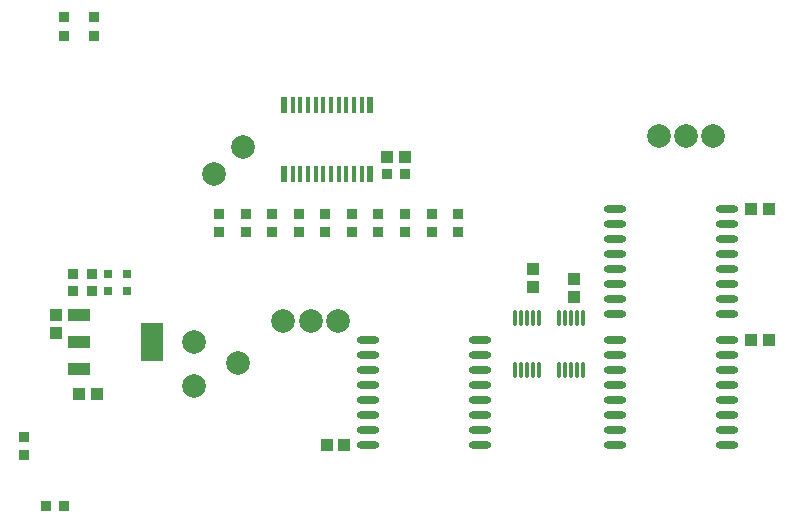
<source format=gtp>
G04*
G04 #@! TF.GenerationSoftware,Altium Limited,Altium Designer,20.2.6 (244)*
G04*
G04 Layer_Color=8421504*
%FSLAX25Y25*%
%MOIN*%
G70*
G04*
G04 #@! TF.SameCoordinates,16103AC2-7A70-4061-B61C-7C21802C26CC*
G04*
G04*
G04 #@! TF.FilePolarity,Positive*
G04*
G01*
G75*
%ADD15R,0.03543X0.03347*%
%ADD16R,0.03347X0.03543*%
%ADD17C,0.07874*%
%ADD18R,0.03150X0.03150*%
%ADD19R,0.04134X0.03937*%
%ADD20R,0.07284X0.12598*%
%ADD21R,0.07284X0.03937*%
%ADD22R,0.03937X0.04134*%
%ADD23O,0.07480X0.02362*%
%ADD24O,0.01181X0.05709*%
%ADD25R,0.02362X0.05315*%
%ADD26R,0.01575X0.05315*%
D15*
X29528Y45748D02*
D03*
Y51850D02*
D03*
X103307Y120098D02*
D03*
Y126201D02*
D03*
X94449D02*
D03*
Y120098D02*
D03*
X52953Y185531D02*
D03*
Y191634D02*
D03*
X42953Y185531D02*
D03*
Y191634D02*
D03*
X112165Y126201D02*
D03*
Y120098D02*
D03*
X121024Y126201D02*
D03*
Y120098D02*
D03*
X129882Y126201D02*
D03*
Y120098D02*
D03*
X138740Y126201D02*
D03*
Y120098D02*
D03*
X147598Y126201D02*
D03*
Y120098D02*
D03*
X156457Y126201D02*
D03*
Y120098D02*
D03*
X165315Y126201D02*
D03*
Y120098D02*
D03*
X174173Y126201D02*
D03*
Y120098D02*
D03*
D16*
X36732Y28661D02*
D03*
X42835D02*
D03*
X51988Y100472D02*
D03*
X45886D02*
D03*
X51968Y106181D02*
D03*
X45866D02*
D03*
X156398Y139252D02*
D03*
X150295D02*
D03*
D17*
X92884Y139276D02*
D03*
X102598Y148307D02*
D03*
X85984Y68661D02*
D03*
X259095Y152166D02*
D03*
X85984Y83346D02*
D03*
X241142Y152166D02*
D03*
X250118D02*
D03*
X134252Y90236D02*
D03*
X125039D02*
D03*
X115827D02*
D03*
X100669Y76457D02*
D03*
D18*
X63701Y100472D02*
D03*
X57402D02*
D03*
X63681Y106181D02*
D03*
X57382D02*
D03*
D19*
X53759Y66063D02*
D03*
X47853D02*
D03*
X277638Y127657D02*
D03*
X271732D02*
D03*
X277638Y84153D02*
D03*
X271732D02*
D03*
X130315Y49134D02*
D03*
X136221D02*
D03*
X156496Y145158D02*
D03*
X150591D02*
D03*
D20*
X72066Y83346D02*
D03*
D21*
X47853Y74291D02*
D03*
Y83346D02*
D03*
Y92401D02*
D03*
D22*
X40079D02*
D03*
Y86496D02*
D03*
X199134Y101850D02*
D03*
Y107756D02*
D03*
X212913Y104449D02*
D03*
Y98543D02*
D03*
D23*
X144016Y84153D02*
D03*
Y79154D02*
D03*
Y74154D02*
D03*
Y69153D02*
D03*
Y64153D02*
D03*
Y59153D02*
D03*
Y54154D02*
D03*
Y49154D02*
D03*
X181417Y84153D02*
D03*
Y79154D02*
D03*
Y74154D02*
D03*
Y69153D02*
D03*
Y64153D02*
D03*
Y59153D02*
D03*
Y54154D02*
D03*
Y49154D02*
D03*
X226535Y127657D02*
D03*
Y122658D02*
D03*
Y117657D02*
D03*
Y112657D02*
D03*
Y107658D02*
D03*
Y102657D02*
D03*
Y97658D02*
D03*
Y92658D02*
D03*
X263937Y127657D02*
D03*
Y122658D02*
D03*
Y117657D02*
D03*
Y112657D02*
D03*
Y107658D02*
D03*
Y102657D02*
D03*
Y97658D02*
D03*
Y92658D02*
D03*
X226535Y84153D02*
D03*
Y79154D02*
D03*
Y74154D02*
D03*
Y69153D02*
D03*
Y64153D02*
D03*
Y59153D02*
D03*
Y54154D02*
D03*
Y49154D02*
D03*
X263937Y84153D02*
D03*
Y79154D02*
D03*
Y74154D02*
D03*
Y69153D02*
D03*
Y64153D02*
D03*
Y59153D02*
D03*
Y54154D02*
D03*
Y49154D02*
D03*
D24*
X201102Y91536D02*
D03*
X199134D02*
D03*
X197165D02*
D03*
X195197D02*
D03*
X193228D02*
D03*
X201102Y74213D02*
D03*
X199134D02*
D03*
X197165D02*
D03*
X195197D02*
D03*
X193228D02*
D03*
X215669Y91536D02*
D03*
X213701D02*
D03*
X211732D02*
D03*
X209764D02*
D03*
X207795D02*
D03*
X215669Y74213D02*
D03*
X213701D02*
D03*
X211732D02*
D03*
X209764D02*
D03*
X207795D02*
D03*
D25*
X116004Y139272D02*
D03*
X144941D02*
D03*
X116004Y162303D02*
D03*
X144941D02*
D03*
D26*
X118957Y139272D02*
D03*
X121516D02*
D03*
X124075D02*
D03*
X126634D02*
D03*
X129193D02*
D03*
X131752D02*
D03*
X134311D02*
D03*
X136870D02*
D03*
X139429D02*
D03*
X141988D02*
D03*
X118957Y162303D02*
D03*
X124075D02*
D03*
X126634D02*
D03*
X129193D02*
D03*
X131752D02*
D03*
X121516D02*
D03*
X134311D02*
D03*
X136870D02*
D03*
X141988D02*
D03*
X139429D02*
D03*
M02*

</source>
